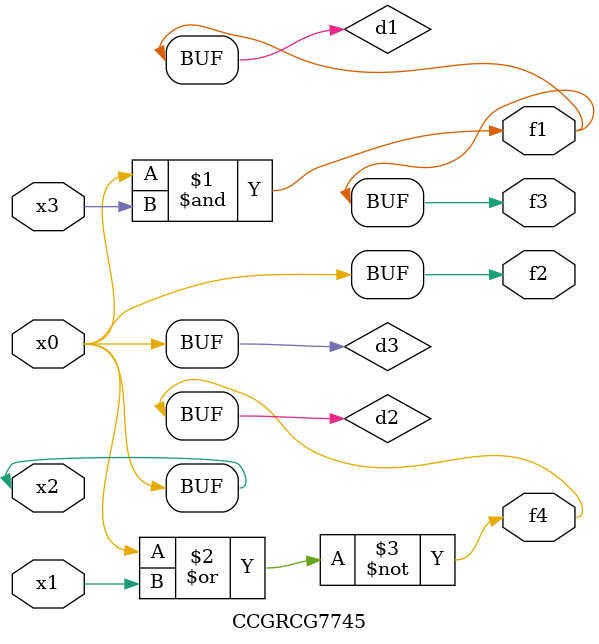
<source format=v>
module CCGRCG7745(
	input x0, x1, x2, x3,
	output f1, f2, f3, f4
);

	wire d1, d2, d3;

	and (d1, x2, x3);
	nor (d2, x0, x1);
	buf (d3, x0, x2);
	assign f1 = d1;
	assign f2 = d3;
	assign f3 = d1;
	assign f4 = d2;
endmodule

</source>
